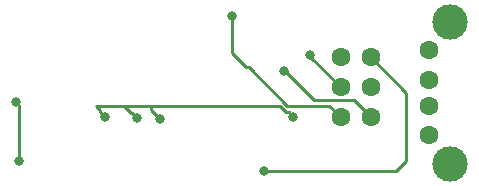
<source format=gbr>
G04 #@! TF.GenerationSoftware,KiCad,Pcbnew,5.0.2+dfsg1-1~bpo9+1*
G04 #@! TF.CreationDate,2021-01-31T11:02:44+00:00*
G04 #@! TF.ProjectId,attiny85_dipswitch_breakout,61747469-6e79-4383-955f-646970737769,rev?*
G04 #@! TF.SameCoordinates,Original*
G04 #@! TF.FileFunction,Copper,L2,Bot*
G04 #@! TF.FilePolarity,Positive*
%FSLAX46Y46*%
G04 Gerber Fmt 4.6, Leading zero omitted, Abs format (unit mm)*
G04 Created by KiCad (PCBNEW 5.0.2+dfsg1-1~bpo9+1) date Sun 31 Jan 2021 11:02:44 GMT*
%MOMM*%
%LPD*%
G01*
G04 APERTURE LIST*
G04 #@! TA.AperFunction,ComponentPad*
%ADD10C,1.600000*%
G04 #@! TD*
G04 #@! TA.AperFunction,ComponentPad*
%ADD11C,3.000000*%
G04 #@! TD*
G04 #@! TA.AperFunction,ViaPad*
%ADD12C,0.800000*%
G04 #@! TD*
G04 #@! TA.AperFunction,Conductor*
%ADD13C,0.250000*%
G04 #@! TD*
G04 APERTURE END LIST*
D10*
G04 #@! TO.P,J1,1*
G04 #@! TO.N,Net-(D1-Pad1)*
X160010000Y-74958600D03*
G04 #@! TO.P,J1,2*
G04 #@! TO.N,Net-(J1-Pad2)*
X160010000Y-77422400D03*
G04 #@! TO.P,J1,3*
G04 #@! TO.N,Net-(J1-Pad3)*
X160010000Y-79657600D03*
G04 #@! TO.P,J1,4*
G04 #@! TO.N,Net-(D1-Pad3)*
X160010000Y-82121400D03*
D11*
X161803240Y-84559800D03*
X161808320Y-72545600D03*
G04 #@! TD*
D10*
G04 #@! TO.P,J2,5*
G04 #@! TO.N,Net-(J2-Pad5)*
X155050000Y-75520000D03*
G04 #@! TO.P,J2,3*
G04 #@! TO.N,Net-(J2-Pad3)*
X155050000Y-78060000D03*
G04 #@! TO.P,J2,4*
G04 #@! TO.N,Net-(J2-Pad4)*
X152510000Y-78060000D03*
G04 #@! TO.P,J2,6*
G04 #@! TO.N,Net-(D1-Pad3)*
X152510000Y-75520000D03*
G04 #@! TO.P,J2,1*
G04 #@! TO.N,Net-(J2-Pad1)*
X155050000Y-80600000D03*
G04 #@! TO.P,J2,2*
G04 #@! TO.N,Net-(D1-Pad1)*
X152510000Y-80600000D03*
G04 #@! TD*
D12*
G04 #@! TO.N,Net-(D1-Pad4)*
X125310000Y-84360000D03*
X125040000Y-79290000D03*
G04 #@! TO.N,Net-(D1-Pad1)*
X143350000Y-72010000D03*
G04 #@! TO.N,Net-(D1-Pad3)*
X148520000Y-80580000D03*
X132560000Y-80610000D03*
X135260000Y-80670000D03*
X137200000Y-80730000D03*
G04 #@! TO.N,Net-(J2-Pad5)*
X146000000Y-85130000D03*
G04 #@! TO.N,Net-(J2-Pad4)*
X149960000Y-75330000D03*
G04 #@! TO.N,Net-(J2-Pad1)*
X147760000Y-76730000D03*
G04 #@! TD*
D13*
G04 #@! TO.N,Net-(D1-Pad4)*
X125310000Y-79560000D02*
X125040000Y-79290000D01*
X125310000Y-84360000D02*
X125310000Y-79560000D01*
G04 #@! TO.N,Net-(D1-Pad1)*
X147991421Y-79635011D02*
X144726410Y-76370000D01*
X151545011Y-79635011D02*
X147991421Y-79635011D01*
X152510000Y-80600000D02*
X151545011Y-79635011D01*
X144726410Y-76370000D02*
X144540000Y-76370000D01*
X143350000Y-75180000D02*
X143350000Y-72010000D01*
X144540000Y-76370000D02*
X143350000Y-75180000D01*
G04 #@! TO.N,Net-(D1-Pad3)*
X148120001Y-80180001D02*
X147900001Y-80180001D01*
X148520000Y-80580000D02*
X148120001Y-80180001D01*
X147900001Y-80180001D02*
X147420000Y-79700000D01*
X132160001Y-80020001D02*
X131840000Y-79700000D01*
X132160001Y-80210001D02*
X132160001Y-80020001D01*
X132560000Y-80610000D02*
X132160001Y-80210001D01*
X134750001Y-80270001D02*
X134180000Y-79700000D01*
X134860001Y-80270001D02*
X134750001Y-80270001D01*
X131840000Y-79700000D02*
X134180000Y-79700000D01*
X135260000Y-80670000D02*
X134860001Y-80270001D01*
X136450000Y-79980000D02*
X136450000Y-79700000D01*
X136450000Y-79700000D02*
X147420000Y-79700000D01*
X137200000Y-80730000D02*
X136450000Y-79980000D01*
X134180000Y-79700000D02*
X136450000Y-79700000D01*
G04 #@! TO.N,Net-(J2-Pad5)*
X146000000Y-85130000D02*
X157210000Y-85130000D01*
X157210000Y-85130000D02*
X158060000Y-84280000D01*
X158060000Y-78530000D02*
X155050000Y-75520000D01*
X158060000Y-84280000D02*
X158060000Y-78530000D01*
G04 #@! TO.N,Net-(J2-Pad4)*
X149960000Y-75510000D02*
X149960000Y-75330000D01*
X152510000Y-78060000D02*
X149960000Y-75510000D01*
G04 #@! TO.N,Net-(J2-Pad1)*
X153635001Y-79185001D02*
X150274999Y-79185001D01*
X155050000Y-80600000D02*
X153635001Y-79185001D01*
X147819998Y-76730000D02*
X147760000Y-76730000D01*
X150274999Y-79185001D02*
X147819998Y-76730000D01*
G04 #@! TD*
M02*

</source>
